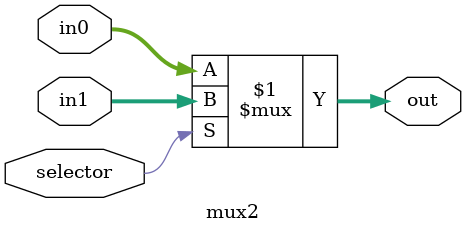
<source format=v>
`timescale 1ns / 1ps
`default_nettype none //helps catch typo-related bugs


module mux2(selector, in0, in1, out);

	//parameter definitions
	parameter BUS_WIDTH = 32;

	//port definitions - customize for different bit widths
	input  wire selector;
	input  wire [BUS_WIDTH-1:0] in0; // input to return when relevant op_code bit is low
	input  wire [BUS_WIDTH-1:0] in1; // input to return when relevant op_code bit is high

	output wire [BUS_WIDTH-1:0] out;

	assign out = selector ? in1 : in0;


endmodule
`default_nettype wire //some Xilinx IP requires that the default_nettype be set to wire

</source>
